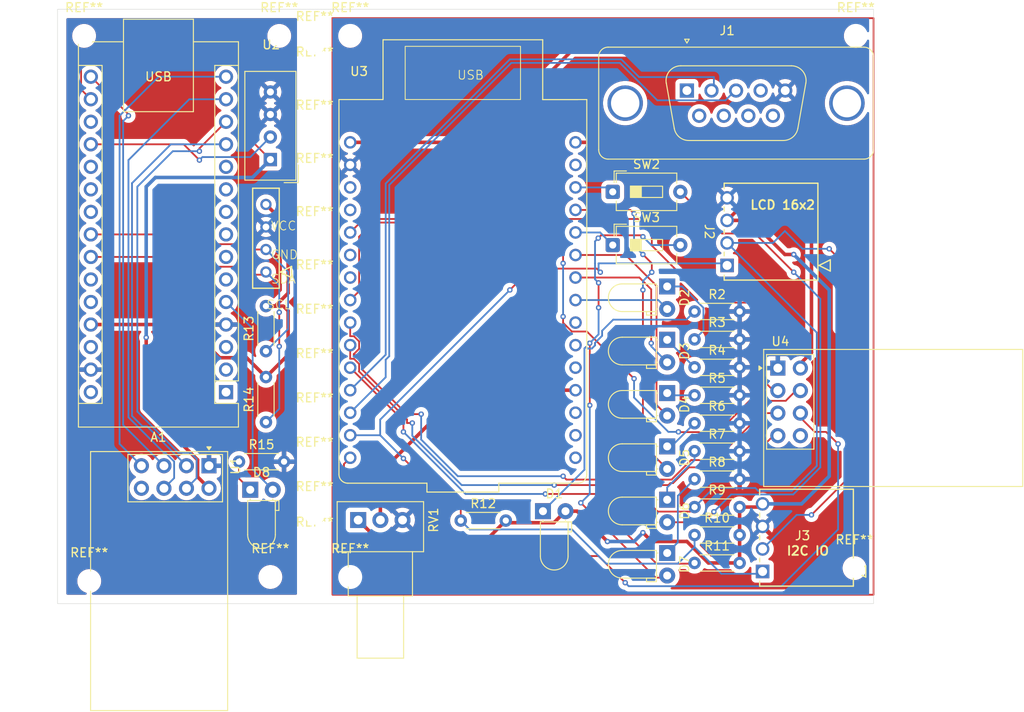
<source format=kicad_pcb>
(kicad_pcb (version 20241229) (generator "pcbnew") (generator_version "9.0")
  (layers (0 "F.Cu" signal) (2 "B.Cu" signal) (13 "F.Paste" user) (15 "B.Paste" user) (5 "F.SilkS" user "F.Silkscreen") (7 "B.SilkS" user "B.Silkscreen") (1 "F.Mask" user) (3 "B.Mask" user) (25 "Edge.Cuts" user))
  (net 0 "")
  (net 1 "3V3")
  (net 2 "GND1")
  (net 3 "Net-(A1-A0)")
  (net 4 "SCL")
  (net 5 "GND")
  (net 6 "SDA")
  (net 7 "Net-(D7-K)")
  (net 8 "Net-(D6-K)")
  (net 9 "Net-(D5-K)")
  (net 10 "Net-(D4-K)")
  (net 11 "Net-(D1-K)")
  (net 12 "Net-(D2-K)")
  (net 13 "Net-(D3-K)")
  (net 14 "CE1")
  (net 15 "MOSI1")
  (net 16 "MISO1")
  (net 17 "SCK1")
  (net 18 "CSN1")
  (net 20 "CE")
  (net 21 "MISO")
  (net 23 "SCK")
  (net 24 "MOSI")
  (net 25 "CSN")
  (net 26 "VI1")
  (net 32 "SCL1")
  (net 33 "VCC1")
  (net 34 "SDA1")
  (net 38 "Net-(D8-K)")
  (net 48 "Net-(D7-A)")
  (net 49 "Net-(D6-A)")
  (net 50 "GPIO12")
  (net 51 "GPIO27")
  (net 52 "GPIO26")
  (net 53 "GPIO25")
  (net 54 "Net-(U3-TXD0{slash}IO1)")
  (net 56 "Net-(U3-RXD0{slash}IO3)")
  (net 62 "GPIO13")
  (net 63 "GPIO14")
  (net 75 "VCC")
  (net 76 "Net-(U3-3V3)")
  (net 77 "Net-(A1-D2)")
  (footprint "Resistor_THT:R_Axial_DIN0204_L3.6mm_D1.6mm_P5.08mm_Horizontal" (layer "F.Cu") (at 84.82 47.0675)
    (property "Reference" "R2")
    (property "Value" "3.3K")
  )
  (footprint "LED_THT:LED_D3.0mm_Horizontal_O1.27mm_Z2.0mm" (layer "F.Cu") (at 81.735 62.2775 -90)
    (property "Reference" "D5")
    (property "Value" "LED")
  )
  (footprint "Button_Switch_THT:SW_DIP_SPSTx01_Slide_6.7x4.1mm_W7.62mm_P2.54mm_LowProfile" (layer "F.Cu") (at 75.595 33.58)
    (property "Reference" "SW2")
    (property "Value" "SW_Push")
  )
  (footprint "Resistor_THT:R_Axial_DIN0204_L3.6mm_D1.6mm_P5.08mm_Horizontal" (layer "F.Cu") (at 36.5 51.54 90)
    (property "Reference" "R13")
    (property "Value" "10K")
  )
  (footprint "LED_THT:LED_D3.0mm_Horizontal_O1.27mm_Z2.0mm" (layer "F.Cu") (at 81.735 74.2975 -90)
    (property "Reference" "D7")
    (property "Value" "LED")
  )
  (footprint "MountingHole:MountingHole_2.2mm_M2" (layer "F.Cu") (at 46 16)
    (property "Reference" "REF**")
    (property "Value" "MountingHole_2.2mm_M2")
  )
  (footprint "LED_THT:LED_D3.0mm_Horizontal_O1.27mm_Z2.0mm" (layer "F.Cu") (at 81.735 44.2475 -90)
    (property "Reference" "D2")
    (property "Value" "LED")
  )
  (footprint "MountingHole:MountingHole_2.2mm_M2" (layer "F.Cu") (at 46 77)
    (property "Reference" "REF**")
    (property "Value" "MountingHole_2.2mm_M2")
  )
  (footprint "Resistor_THT:R_Axial_DIN0204_L3.6mm_D1.6mm_P5.08mm_Horizontal" (layer "F.Cu") (at 84.82 53.3675)
    (property "Reference" "R4")
    (property "Value" "3.3K")
  )
  (footprint "Resistor_THT:R_Axial_DIN0204_L3.6mm_D1.6mm_P5.08mm_Horizontal" (layer "F.Cu") (at 84.82 59.6675)
    (property "Reference" "R6")
    (property "Value" "3.3K")
  )
  (footprint "Module:Arduino_Nano" (layer "F.Cu") (at 32 56.16 180)
    (property "Reference" "A1")
    (property "Value" "Arduino_Nano_v2.x")
  )
  (footprint "Sensor:Aosong_DHT11_5.5x12.0_P2.54mm" (layer "F.Cu") (at 37 29.94 180)
    (property "Reference" "U2")
    (property "Value" "DHT11")
  )
  (footprint "Resistor_THT:R_Axial_DIN0204_L3.6mm_D1.6mm_P5.08mm_Horizontal" (layer "F.Cu") (at 36.5 59.54 90)
    (property "Reference" "R14")
    (property "Value" "10K")
  )
  (footprint "Resistor_THT:R_Axial_DIN0204_L3.6mm_D1.6mm_P5.08mm_Horizontal" (layer "F.Cu") (at 84.82 50.2175)
    (property "Reference" "R3")
    (property "Value" "3.3K")
  )
  (footprint "LED_THT:LED_D3.0mm_Horizontal_O1.27mm_Z2.0mm" (layer "F.Cu") (at 67.73 69.58)
    (property "Reference" "D1")
    (property "Value" "LED")
  )
  (footprint "Resistor_THT:R_Axial_DIN0204_L3.6mm_D1.6mm_P5.08mm_Horizontal" (layer "F.Cu") (at 84.82 69.1175)
    (property "Reference" "R9")
    (property "Value" "10K")
  )
  (footprint "MountingHole:MountingHole_2.2mm_M2" (layer "F.Cu") (at 42 74)
    (property "Reference" "REF**")
    (property "Value" "MountingHole_2.2mm_M2")
  )
  (footprint "MountingHole:MountingHole_2.2mm_M2" (layer "F.Cu") (at 38 16)
    (property "Reference" "REF**")
    (property "Value" "MountingHole_2.2mm_M2")
  )
  (footprint "Connector_Dsub:DSUB-9_Pins_Vertical_P2.77x2.84mm_MountingHoles" (layer "F.Cu") (at 83.96 22.16)
    (property "Reference" "J1")
    (property "Value" "DE9_Pins")
  )
  (footprint "MountingHole:MountingHole_2.2mm_M2" (layer "F.Cu") (at 103 16)
    (property "Reference" "REF**")
    (property "Value" "MountingHole_2.2mm_M2")
  )
  (footprint "MountingHole:MountingHole_2.2mm_M2" (layer "F.Cu") (at 42 17)
    (property "Reference" "REF**")
    (property "Value" "MountingHole_2.2mm_M2")
  )
  (footprint "MountingHole:MountingHole_2.2mm_M2" (layer "F.Cu") (at 16.58 77.46)
    (property "Reference" "REF**")
    (property "Value" "MountingHole_2.2mm_M2")
  )
  (footprint "Button_Switch_THT:SW_DIP_SPSTx01_Slide_6.7x4.1mm_W7.62mm_P2.54mm_LowProfile" (layer "F.Cu") (at 75.595 39.58)
    (property "Reference" "SW3")
    (property "Value" "SW_Push")
  )
  (footprint "Add_New:ESP-WROOM-32D" (layer "F.Cu") (at 58.7 39.675 180)
    (property "Reference" "U3")
    (property "Value" "ESP-WROOM-32D")
  )
  (footprint "LED_THT:LED_D3.0mm_Horizontal_O1.27mm_Z2.0mm" (layer "F.Cu") (at 81.735 68.2875 -90)
    (property "Reference" "D6")
    (property "Value" "LED")
  )
  (footprint "MountingHole:MountingHole_2.2mm_M2" (layer "F.Cu") (at 42 27)
    (property "Reference" "REF**")
    (property "Value" "MountingHole_2.2mm_M2")
  )
  (footprint "Resistor_THT:R_Axial_DIN0204_L3.6mm_D1.6mm_P5.08mm_Horizontal" (layer "F.Cu") (at 84.82 56.5175)
    (property "Reference" "R5")
    (property "Value" "3.3K")
  )
  (footprint "MountingHole:MountingHole_2.2mm_M2" (layer "F.Cu") (at 42 60)
    (property "Reference" "REF**")
    (property "Value" "MountingHole_2.2mm_M2")
  )
  (footprint "LED_THT:LED_D3.0mm_Horizontal_O1.27mm_Z2.0mm" (layer "F.Cu") (at 81.735 50.2575 -90)
    (property "Reference" "D3")
    (property "Value" "LED")
  )
  (footprint "Resistor_THT:R_Axial_DIN0204_L3.6mm_D1.6mm_P5.08mm_Horizontal" (layer "F.Cu") (at 84.82 72.2675)
    (property "Reference" "R10")
    (property "Value" "10K")
  )
  (footprint "MountingHole:MountingHole_2.2mm_M2" (layer "F.Cu") (at 42 33)
    (property "Reference" "REF**")
    (property "Value" "MountingHole_2.2mm_M2")
  )
  (footprint "Add_New:CONN_PPPC041LGBN-RC_SUL" (layer "F.Cu") (at 92.4898 76.3775 -90)
    (property "Reference" "J3")
    (property "Value" "Conn_01x04_Socket")
  )
  (footprint "Add_New:CONN_PPPC041LGBN-RC_SUL" (layer "F.Cu") (at 88.4898 41.8775 -90)
    (property "Reference" "J2")
    (property "Value" "Conn_01x04_Socket")
  )
  (footprint "LED_THT:LED_D3.0mm_Horizontal_O1.27mm_Z2.0mm" (layer "F.Cu") (at 34.73 67.165)
    (property "Reference" "D8")
    (property "Value" "LED")
  )
  (footprint "LED_THT:LED_D3.0mm_Horizontal_O1.27mm_Z2.0mm" (layer "F.Cu") (at 81.735 56.2675 -90)
    (property "Reference" "D4")
    (property "Value" "LED")
  )
  (footprint "Potentiometer_THT:Potentiometer_Alps_RK09Y11_Single_Horizontal" (layer "F.Cu") (at 46.9 70.58 90)
    (property "Reference" "RV1")
    (property "Value" "10k")
  )
  (footprint "MountingHole:MountingHole_2.2mm_M2" (layer "F.Cu") (at 16 16)
    (property "Reference" "REF**")
    (property "Value" "MountingHole_2.2mm_M2")
  )
  (footprint "MountingHole:MountingHole_2.2mm_M2" (layer "F.Cu") (at 37 77)
    (property "Reference" "REF**")
    (property "Value" "MountingHole_2.2mm_M2")
  )
  (footprint "MountingHole:MountingHole_2.2mm_M2" (layer "F.Cu") (at 42 45)
    (property "Reference" "REF**")
    (property "Value" "MountingHole_2.2mm_M2")
  )
  (footprint "Add_New:CONN_PPTC041LFBN-RC_SUL" (layer "F.Cu") (at 36.5 42.62 -90)
    (property "Reference" "J4" (hide yes))
    (property "Value" "Conn_01x04_Socket" (hide yes))
  )
  (footprint "Resistor_THT:R_Axial_DIN0204_L3.6mm_D1.6mm_P5.08mm_Horizontal" (layer "F.Cu") (at 33.46 64)
    (property "Reference" "R15")
    (property "Value" "3.3K")
  )
  (footprint "Resistor_THT:R_Axial_DIN0204_L3.6mm_D1.6mm_P5.08mm_Horizontal" (layer "F.Cu") (at 84.82 75.4175)
    (property "Reference" "R11")
    (property "Value" "10K")
  )
  (footprint "MountingHole:MountingHole_2.2mm_M2" (layer "F.Cu") (at 42 70)
    (property "Reference" "REF**")
    (property "Value" "MountingHole_2.2mm_M2")
  )
  (footprint "RF_Module:nRF24L01_Breakout" (layer "F.Cu") (at 30.08 64.46 -90)
    (property "Reference" "U1")
    (property "Value" "NRF24L01_Breakout")
  )
  (footprint "MountingHole:MountingHole_2.2mm_M2" (layer "F.Cu") (at 42 21)
    (property "Reference" "REF**")
    (property "Value" "MountingHole_2.2mm_M2")
  )
  (footprint "MountingHole:MountingHole_2.2mm_M2" (layer "F.Cu") (at 42 65)
    (property "Reference" "REF**")
    (property "Value" "MountingHole_2.2mm_M2")
  )
  (footprint "MountingHole:MountingHole_2.2mm_M2" (layer "F.Cu") (at 42 50)
    (property "Reference" "REF**")
    (property "Value" "MountingHole_2.2mm_M2")
  )
  (footprint "Resistor_THT:R_Axial_DIN0204_L3.6mm_D1.6mm_P5.08mm_Horizontal" (layer "F.Cu") (at 84.82 62.8175)
    (property "Reference" "R7")
    (property "Value" "3.3K")
  )
  (footprint "MountingHole:MountingHole_2.2mm_M2" (layer "F.Cu") (at 42 39)
    (property "Reference" "REF**")
    (property "Value" "MountingHole_2.2mm_M2")
  )
  (footprint "MountingHole:MountingHole_2.2mm_M2" (layer "F.Cu") (at 102.853 76)
    (property "Reference" "REF**")
    (property "Value" "MountingHole_2.2mm_M2")
  )
  (footprint "Resistor_THT:R_Axial_DIN0204_L3.6mm_D1.6mm_P5.08mm_Horizontal" (layer "F.Cu") (at 84.82 65.9675)
    (property "Reference" "R8")
    (property "Value" "3.3K")
  )
  (footprint "RF_Module:nRF24L01_Breakout" (layer "F.Cu") (at 94.2105 53.4475)
    (property "Reference" "U4")
    (property "Value" "NRF24L01_Breakout")
  )
  (footprint "MountingHole:MountingHole_2.2mm_M2" (layer "F.Cu") (at 42 55)
    (property "Reference" "REF**")
    (property "Value" "MountingHole_2.2mm_M2")
  )
  (footprint "Resistor_THT:R_Axial_DIN0204_L3.6mm_D1.6mm_P5.08mm_Horizontal" (layer "F.Cu") (at 58.46 70.64)
    (property "Reference" "R12")
    (property "Value" "10K")
  )
  (gr_rect (start 44 14) (end 105 79) (stroke (width 0.2)) (fill no) (layer "F.Cu"))
  (gr_rect (start 13 13) (end 105 80) (stroke (width 0.05)) (fill no) (layer "Edge.Cuts"))
  (gr_text "SDA" (at 37 44 0) (layer "F.SilkS") (effects (font (size 1 1) (thickness 0.1)) (justify left bottom)))
  (gr_text "GND" (at 37 41.25 0) (layer "F.SilkS") (effects (font (size 1 1) (thickness 0.1)) (justify left bottom)))
  (gr_text "I2C IO" (at 95.1075 74.64 0) (layer "F.SilkS") (effects (font (size 1 1) (thickness 0.2) (bold yes)) (justify left bottom)))
  (gr_text "SCL" (at 36.5 46.8888 0) (layer "F.SilkS") (effects (font (size 1 1) (thickness 0.1)) (justify left bottom)))
  (gr_text "LCD 16x2\n" (at 91 35.64 0) (layer "F.SilkS") (effects (font (size 1 1) (thickness 0.2) (bold yes)) (justify left bottom)))
  (gr_text "VCC" (at 37 38 0) (layer "F.SilkS") (effects (font (size 1 1) (thickness 0.1)) (justify left bottom)))
  (segment (start 33 18) (end 35 20) (width 0.2) (layer "F.Cu") (net 1))
  (segment (start 15.659 19.341) (end 17 18) (width 0.2) (layer "F.Cu") (net 1))
  (segment (start 30.08 67) (end 28.791 65.711) (width 0.4) (layer "F.Cu") (net 1))
  (segment (start 28.791 65.711) (end 28.791 63.791) (width 0.4) (layer "F.Cu") (net 1))
  (segment (start 17 18) (end 33 18) (width 0.2) (layer "F.Cu") (net 1))
  (segment (start 35 27.94) (end 37 29.94) (width 0.2) (layer "F.Cu") (net 1))
  (segment (start 35 20) (end 35 27.94) (width 0.2) (layer "F.Cu") (net 1))
  (segment (start 15.659 22.039) (end 15.659 19.341) (width 0.2) (layer "F.Cu") (net 1))
  (segment (start 23 58) (end 23 50) (width 0.4) (layer "F.Cu") (net 1))
  (segment (start 28.791 63.791) (end 23 58) (width 0.4) (layer "F.Cu") (net 1))
  (segment (start 16.76 23.14) (end 15.659 22.039) (width 0.2) (layer "F.Cu") (net 1))
  (via (at 23 50) (size 0.6) (drill 0.3) (layers "F.Cu" "B.Cu") (net 1))
  (segment (start 34.979 31.961) (end 37 29.94) (width 0.4) (layer "B.Cu") (net 1))
  (segment (start 23 50) (end 23 33) (width 0.4) (layer "B.Cu") (net 1))
  (segment (start 23 33) (end 24.039 31.961) (width 0.4) (layer "B.Cu") (net 1))
  (segment (start 24.039 31.961) (end 34.979 31.961) (width 0.4) (layer "B.Cu") (net 1))
  (segment (start 27.22 28.22) (end 29 30) (width 0.2) (layer "F.Cu") (net 3))
  (segment (start 16.76 28.22) (end 27.22 28.22) (width 0.2) (layer "F.Cu") (net 3))
  (via (at 29 30) (size 0.6) (drill 0.3) (layers "F.Cu" "B.Cu") (net 3))
  (segment (start 29 30) (end 29.341 29.659) (width 0.2) (layer "B.Cu") (net 3))
  (segment (start 34.741 29.659) (end 37 27.4) (width 0.2) (layer "B.Cu") (net 3))
  (segment (start 29.341 29.659) (end 34.741 29.659) (width 0.2) (layer "B.Cu") (net 3))
  (segment (start 66.405 42.235) (end 64 44.64) (width 0.2) (layer "F.Cu") (net 4))
  (segment (start 58.46 68.1) (end 56 65.64) (width 0.2) (layer "F.Cu") (net 4))
  (segment (start 73.794 42.235) (end 66.405 42.235) (width 0.2) (layer "F.Cu") (net 4))
  (segment (start 56 65.64) (end 54 65.64) (width 0.2) (layer "F.Cu") (net 4))
  (segment (start 74.199 42.64) (end 73.794 42.235) (width 0.2) (layer "F.Cu") (net 4))
  (segment (start 58.46 70.64) (end 58.46 68.1) (width 0.2) (layer "F.Cu") (net 4))
  (segment (start 54 65.64) (end 52 63.64) (width 0.2) (layer "F.Cu") (net 4))
  (via (at 64 44.64) (size 0.6) (drill 0.3) (layers "F.Cu" "B.Cu") (net 4))
  (via (at 74.199 42.64) (size 0.6) (drill 0.3) (layers "F.Cu" "B.Cu") (net 4))
  (via (at 52 63.64) (size 0.6) (drill 0.3) (layers "F.Cu" "B.Cu") (net 4))
  (segment (start 49.38 59.26) (end 49.38 61.02) (width 0.2) (layer "B.Cu") (net 4))
  (segment (start 74 41.64) (end 74 42.441) (width 0.2) (layer "B.Cu") (net 4))
  (segment (start 92.2273 76.64) (end 92.4898 76.3775) (width 0.2) (layer "B.Cu") (net 4))
  (segment (start 82.936 75.4985) (end 74.8585 75.4985) (width 0.2) (layer "B.Cu") (net 4))
  (segment (start 84.82 73.6145) (end 87.8455 76.64) (width 0.2) (layer "B.Cu") (net 4))
  (segment (start 64 44.64) (end 49.38 59.26) (width 0.2) (layer "B.Cu") (net 4))
  (segment (start 71 71.64) (end 59.46 71.64) (width 0.2) (layer "B.Cu") (net 4))
  (segment (start 52 63.64) (end 49.38 61.02) (width 0.2) (layer "B.Cu") (net 4))
  (segment (start 74.8585 75.4985) (end 71 71.64) (width 0.2) (layer "B.Cu") (net 4))
  (segment (start 88.2523 41.64) (end 74 41.64) (width 0.2) (layer "B.Cu") (net 4))
  (segment (start 84.82 73.6145) (end 82.936 75.4985) (width 0.2) (layer "B.Cu") (net 4))
  (segment (start 84.82 72.2675) (end 84.82 73.6145) (width 0.2) (layer "B.Cu") (net 4))
  (segment (start 88.4898 41.8775) (end 88.2523 41.64) (width 0.2) (layer "B.Cu") (net 4))
  (segment (start 74 42.441) (end 74.199 42.64) (width 0.2) (layer "B.Cu") (net 4))
  (segment (start 59.46 71.64) (end 58.46 70.64) (width 0.2) (layer "B.Cu") (net 4))
  (segment (start 87.8455 76.64) (end 92.2273 76.64) (width 0.2) (layer "B.Cu") (net 4))
  (segment (start 49.38 61.02) (end 46 61.02) (width 0.2) (layer "B.Cu") (net 4))
  (segment (start 46 53.4) (end 52 59.4) (width 0.2) (layer "F.Cu") (net 6))
  (segment (start 102 66) (end 102 50) (width 0.2) (layer "F.Cu") (net 6))
  (segment (start 84.82 75.4175) (end 84.739 75.4985) (width 0.2) (layer "F.Cu") (net 6))
  (segment (start 68 67.64) (end 76 67.64) (width 0.2) (layer "F.Cu") (net 6))
  (segment (start 76 70.9645) (end 76 67.64) (width 0.2) (layer "F.Cu") (net 6))
  (segment (start 80.672 69.6265) (end 84.311 69.6265) (width 0.2) (layer "F.Cu") (net 6))
  (segment (start 101 41) (end 100 40) (width 0.2) (layer "F.Cu") (net 6))
  (segment (start 98 70) (end 102 66) (width 0.2) (layer "F.Cu") (net 6))
  (segment (start 80.534 75.4985) (end 76 70.9645) (width 0.2) (layer "F.Cu") (net 6))
  (segment (start 76 67.64) (end 78.6855 67.64) (width 0.2) (layer "F.Cu") (net 6))
  (segment (start 52 59.4) (end 52 60.64) (width 0.2) (layer "F.Cu") (net 6))
  (segment (start 102 50) (end 101 49) (width 0.2) (layer "F.Cu") (net 6))
  (segment (start 84.739 75.4985) (end 80.534 75.4985) (width 0.2) (layer "F.Cu") (net 6))
  (segment (start 84.311 69.6265) (end 84.82 69.1175) (width 0.2) (layer "F.Cu") (net 6))
  (segment (start 78.6855 67.64) (end 80.672 69.6265) (width 0.2) (layer "F.Cu") (net 6))
  (segment (start 101 49) (end 101 41) (width 0.2) (layer "F.Cu") (net 6))
  (via (at 100 40) (size 0.6) (drill 0.3) (layers "F.Cu" "B.Cu") (net 6))
  (via (at 68 67.64) (size 0.6) (drill 0.3) (layers "F.Cu" "B.Cu") (net 6))
  (via (at 52 60.64) (size 0.6) (drill 0.3) (layers "F.Cu" "B.Cu") (net 6))
  (via (at 98 70) (size 0.6) (drill 0.3) (layers "F.Cu" "B.Cu") (net 6))
  (segment (start 98.599 64.4739) (end 95.7794 67.2935) (width 0.2) (layer "B.Cu") (net 6))
  (segment (start 91.9965 67.2935) (end 91.6715 66.9685) (width 0.2) (layer "B.Cu") (net 6))
  (segment (start 95 38) (end 93.6625 39.3375) (width 0.2) (layer "B.Cu") (net 6))
  (segment (start 97 40) (end 95 38) (width 0.2) (layer "B.Cu") (net 6))
  (segment (start 92.4898 73.8375) (end 96.3273 70) (width 0.2) (layer "B.Cu") (net 6))
  (segment (start 96.3273 70) (end 98 70) (width 0.2) (layer "B.Cu") (net 6))
  (segment (start 93.6625 39.3375) (end 88.4898 39.3375) (width 0.2) (layer "B.Cu") (net 6))
  (segment (start 52 60.64) (end 59 67.64) (width 0.2) (layer "B.Cu") (net 6))
  (segment (start 95.7794 67.2935) (end 91.9965 67.2935) (width 0.2) (layer "B.Cu") (net 6))
  (segment (start 59 67.64) (end 68 67.64) (width 0.2) (layer "B.Cu") (net 6))
  (segment (start 88.4898 39.3375) (end 98.599 49.4467) (width 0.2) (layer "B.Cu") (net 6))
  (segment (start 91.6715 66.9685) (end 86.969 66.9685) (width 0.2) (layer "B.Cu") (net 6))
  (segment (start 86.969 66.9685) (end 84.82 69.1175) (width 0.2) (layer "B.Cu") (net 6))
  (segment (start 100 40) (end 97 40) (width 0.2) (layer "B.Cu") (net 6))
  (segment (start 98.599 49.4467) (end 98.599 64.4739) (width 0.2) (layer "B.Cu") (net 6))
  (segment (start 82.936 67.8515) (end 82.936 73.0965) (width 0.2) (layer "B.Cu") (net 7))
  (segment (start 84.82 65.9675) (end 82.936 67.8515) (width 0.2) (layer "B.Cu") (net 7))
  (segment (start 82.936 73.0965) (end 81.735 74.2975) (width 0.2) (layer "B.Cu") (net 7))
  (segment (start 81.735 68.2875) (end 81.735 66.905) (width 0.2) (layer "B.Cu") (net 8))
  (segment (start 84.82 63.82) (end 84.82 62.8175) (width 0.2) (layer "B.Cu") (net 8))
  (segment (start 81.735 66.905) (end 84.82 63.82) (width 0.2) (layer "B.Cu") (net 8))
  (segment (start 82.21 62.2775) (end 81.735 62.2775) (width 0.2) (layer "B.Cu") (net 9))
  (segment (start 84.82 59.6675) (end 82.21 62.2775) (width 0.2) (layer "B.Cu") (net 9))
  (segment (start 81.985 56.5175) (end 81.735 56.2675) (width 0.2) (layer "B.Cu") (net 10))
  (segment (start 84.82 56.5175) (end 81.985 56.5175) (width 0.2) (layer "B.Cu") (net 10))
  (segment (start 73.601 50.888943) (end 73.601 50.6061) (width 0.2) (layer "B.Cu") (net 11))
  (segment (start 72.751057 51.241) (end 73.248943 51.241) (width 0.2) (layer "B.Cu") (net 11))
  (segment (start 72.405 64.905) (end 72.405 51.235) (width 0.2) (layer "B.Cu") (net 11))
  (segment (start 73.248943 51.241) (end 73.601 50.888943) (width 0.2) (layer "B.Cu") (net 11))
  (segment (start 74.401 49.239) (end 75.6515 47.9885) (width 0.2) (layer "B.Cu") (net 11))
  (segment (start 67.73 69.58) (end 72.405 64.905) (width 0.2) (layer "B.Cu") (net 11))
  (segment (start 83.899 47.9885) (end 84.82 47.0675) (width 0.2) (layer "B.Cu") (net 11))
  (segment (start 72.575029 51.064971) (end 72.751057 51.241) (width 0.2) (layer "B.Cu") (net 11))
  (segment (start 73.601 50.6061) (end 74.401 49.8061) (width 0.2) (layer "B.Cu") (net 11))
  (segment (start 72.405 51.235) (end 72.575029 51.064971) (width 0.2) (layer "B.Cu") (net 11))
  (segment (start 75.6515 47.9885) (end 83.899 47.9885) (width 0.2) (layer "B.Cu") (net 11))
  (segment (start 74.401 49.8061) (end 74.401 49.239) (width 0.2) (layer "B.Cu") (net 11))
  (segment (start 85.821 49.2165) (end 85.821 46.652872) (width 0.2) (layer "B.Cu") (net 12))
  (segment (start 84.82 50.2175) (end 85.821 49.2165) (width 0.2) (layer "B.Cu") (net 12))
  (segment (start 83.415628 44.2475) (end 81.735 44.2475) (width 0.2) (layer "B.Cu") (net 12))
  (segment (start 85.821 46.652872) (end 83.415628 44.2475) (width 0.2) (layer "B.Cu") (net 12))
  (segment (start 84.82 53.3675) (end 81.735 50.2825) (width 0.2) (layer "B.Cu") (net 13))
  (segment (start 81.735 50.2825) (end 81.735 50.2575) (width 0.2) (layer "B.Cu") (net 13))
  (segment (start 92.4265 46.0665) (end 93 46.64) (width 0.2) (layer "F.Cu") (net 14))
  (segment (start 46 38.16) (end 47.52 36.64) (width 0.2) (layer "F.Cu") (net 14))
  (segment (start 92.5595 54.8365) (end 93.7105 55.9875) (width 0.2) (layer "F.Cu") (net 14))
  (segment (start 93 46.64) (end 92.5595 47.0805) (width 0.2) (layer "F.Cu") (net 14))
  (segment (start 79 36.64) (end 80 37.64) (width 0.2) (layer "F.Cu") (net 14))
  (segment (start 86.4265 46.0665) (end 92.4265 46.0665) (width 0.2) (layer "F.Cu") (net 14))
  (segment (start 47.52 36.64) (end 79 36.64) (width 0.2) (layer "F.Cu") (net 14))
  (segment (start 80 39.64) (end 86.4265 46.0665) (width 0.2) (layer "F.Cu") (net 14))
  (segment (start 80 37.64) (end 80 39.64) (width 0.2) (layer "F.Cu") (net 14))
  (segment (start 92.5595 47.0805) (end 92.5595 54.8365) (width 0.2) (layer "F.Cu") (net 14))
  (segment (start 99.64 60.64) (end 98.363 60.64) (width 0.2) (layer "F.Cu") (net 15))
  (segment (start 45.296 73.936) (end 46 74.64) (width 0.2) (layer "F.Cu") (net 15))
  (segment (start 46 63.56) (end 45.296 64.264) (width 0.2) (layer "F.Cu") (net 15))
  (segment (start 74 74.64) (end 77 77.64) (width 0.2) (layer "F.Cu") (net 15))
  (segment (start 101 62) (end 99.64 60.64) (width 0.2) (layer "F.Cu") (net 15))
  (segment (start 46 74.64) (end 74 74.64) (width 0.2) (layer "F.Cu") (net 15))
  (segment (start 45.296 64.264) (end 45.296 73.936) (width 0.2) (layer "F.Cu") (net 15))
  (segment (start 98.363 60.64) (end 96.2505 58.5275) (width 0.2) (layer "F.Cu") (net 15))
  (via (at 101 62) (size 0.6) (drill 0.3) (layers "F.Cu" "B.Cu") (net 15))
  (via (at 77 77.64) (size 0.6) (drill 0.3) (layers "F.Cu" "B.Cu") (net 15))
  (segment (start 101 71.64) (end 94.6015 78.0385) (width 0.2) (layer "B.Cu") (net 15))
  (segment (start 101 62) (end 101 71.64) (width 0.2) (layer "B.Cu") (net 15))
  (segment (start 77.3985 78.0385) (end 77 77.64) (width 0.2) (layer "B.Cu") (net 15))
  (segment (start 94.6015 78.0385) (end 77.3985 78.0385) (width 0.2) (layer "B.Cu") (net 15))
  (segment (start 81.865936 66.64) (end 82.086436 66.4195) (width 0.2) (layer "F.Cu") (net 16))
  (segment (start 46 50.86) (end 46 52.395) (width 0.2) (layer "F.Cu") (net 16))
  (segment (start 47.005 53.816285) (end 46.994193 53.827093) (width 0.2) (layer "F.Cu") (net 16))
  (segment (start 84.178071 64.64) (end 91 64.64) (width 0.2) (layer "F.Cu") (net 16))
  (segment (start 91 64.64) (end 91 63.778) (width 0.2) (layer "F.Cu") (net 16))
  (segment (start 46.994193 53.827093) (end 52.401 59.2339) (width 0.2) (layer "F.Cu") (net 16))
  (segment (start 82.086436 66.4195) (end 82.398571 66.4195) (width 0.2) (layer "F.Cu") (net 16))
  (segment (start 52.401 59.2339) (end 52.401 59.64) (width 0.2) (layer "F.Cu") (net 16))
  (segment (start 46 52.395) (end 46.416285 52.395) (width 0.2) (layer "F.Cu") (net 16))
  (segment (start 47.005 52.983715) (end 47.005 53.816285) (width 0.2) (layer "F.Cu") (net 16))
  (segment (start 69 66.64) (end 81.865936 66.64) (width 0.2) (layer "F.Cu") (net 16))
  (segment (start 82.398571 66.4195) (end 84.178071 64.64) (width 0.2) (layer "F.Cu") (net 16))
  (segment (start 91 63.778) (end 93.7105 61.0675) (width 0.2) (layer "F.Cu") (net 16))
  (segment (start 52.401 59.64) (end 53 59.64) (width 0.2) (layer "F.Cu") (net 16))
  (segment (start 46.416285 52.395) (end 47.005 52.983715) (width 0.2) (layer "F.Cu") (net 16))
  (via (at 53 59.64) (size 0.6) (drill 0.3) (layers "F.Cu" "B.Cu") (net 16))
  (via (at 69 66.64) (size 0.6) (drill 0.3) (layers "F.Cu" "B.Cu") (net 16))
  (segment (start 53 59.64) (end 53 61.0729) (width 0.2) (layer "B.Cu") (net 16))
  (segment (start 53 61.0729) (end 58.5671 66.64) (width 0.2) (layer "B.Cu") (net 16))
  (segment (start 58.5671 66.64) (end 69 66.64) (width 0.2) (layer "B.Cu") (net 16))
  (segment (start 46.401 51.865) (end 46.401 51.994) (width 0.2) (layer "F.Cu") (net 17))
  (segment (start 52.3742 58.64) (end 54 58.64) (width 0.2) (layer "F.Cu") (net 17))
  (segment (start 82.232471 66.0185) (end 84.432471 63.8185) (width 0.2) (layer "F.Cu") (net 17))
  (segment (start 46.416285 49.855) (end 47.005 50.443715) (width 0.2) (layer "F.Cu") (net 17))
  (segment (start 47.406 53.6718) (end 52.3742 58.64) (width 0.2) (layer "F.Cu") (net 17))
  (segment (start 46.416285 51.865) (end 46.401 51.865) (width 0.2) (layer "F.Cu") (net 17))
  (segment (start 47.406 52.817615) (end 47.406 53.6718) (width 0.2) (layer "F.Cu") (net 17))
  (segment (start 47.005 51.276285) (end 46.416285 51.865) (width 0.2) (layer "F.Cu") (net 17))
  (segment (start 46 49.855) (end 46.416285 49.855) (width 0.2) (layer "F.Cu") (net 17))
  (segment (start 70 65.64) (end 70.3785 66.0185) (width 0.2) (layer "F.Cu") (net 17))
  (segment (start 46.582385 51.994) (end 47.406 52.817615) (width 0.2) (layer "F.Cu") (net 17))
  (segment (start 92.455628 58.5275) (end 93.7105 58.5275) (width 0.2) (layer "F.Cu") (net 17))
  (segment (start 46.401 51.994) (end 46.582385 51.994) (width 0.2) (layer "F.Cu") (net 17))
  (segment (start 70.3785 66.0185) (end 82.232471 66.0185) (width 0.2) (layer "F.Cu") (net 17))
  (segment (start 87.164628 63.8185) (end 92.455628 58.5275) (width 0.2) (layer "F.Cu") (net 17))
  (segment (start 47.005 50.443715) (end 47.005 51.276285) (width 0.2) (layer "F.Cu") (net 17))
  (segment (start 84.432471 63.8185) (end 87.164628 63.8185) (width 0.2) (layer "F.Cu") (net 17))
  (segment (start 46 48.32) (end 46 49.855) (width 0.2) (layer "F.Cu") (net 17))
  (via (at 70 65.64) (size 0.6) (drill 0.3) (layers "F.Cu" "B.Cu") (net 17))
  (via (at 54 58.64) (size 0.6) (drill 0.3) (layers "F.Cu" "B.Cu") (net 17))
  (segment (start 54 58.64) (end 54 61.5058) (width 0.2) (layer "B.Cu") (net 17))
  (segment (start 54 61.5058) (end 58.1342 65.64) (width 0.2) (layer "B.Cu") (net 17))
  (segment (start 58.1342 65.64) (end 70 65.64) (width 0.2) (layer "B.Cu") (net 17))
  (segment (start 83.0285 60.6685) (end 87.483372 60.6685) (width 0.2) (layer "F.Cu") (net 18))
  (segment (start 82.999485 60.639485) (end 83.0285 60.6685) (width 0.2) (layer "F.Cu") (net 18))
  (segment (start 48.599 37.041) (end 49 37.041) (width 0.2) (layer "F.Cu") (net 18))
  (segment (start 70.983715 49.325) (end 71 49.325) (width 0.2) (layer "F.Cu") (net 18))
  (segment (start 47 38.64) (end 48.599 37.041) (width 0.2) (layer "F.Cu") (net 18))
  (segment (start 70 48.341285) (end 70.983715 49.325) (width 0.2) (layer "F.Cu") (net 18))
  (segment (start 95.0995 57.1385) (end 96.2505 55.9875) (width 0.2) (layer "F.Cu") (net 18))
  (segment (start 72.685 49.325) (end 78 54.64) (width 0.2) (layer "F.Cu") (net 18))
  (segment (start 91.013372 57.1385) (end 95.0995 57.1385) (width 0.2) (layer "F.Cu") (net 18))
  (segment (start 49 37.041) (end 68 37.041) (width 0.2) (layer "F.Cu") (net 18))
  (segment (start 87.483372 60.6685) (end 91.013372 57.1385) (width 0.2) (layer "F.Cu") (net 18))
  (segment (start 47.005 44.775) (end 47.005 38.645) (width 0.2) (layer "F.Cu") (net 18))
  (segment (start 68 37.041) (end 69.401 37.041) (width 0.2) (layer "F.Cu") (net 18))
  (segment (start 46 45.78) (end 47.005 44.775) (width 0.2) (layer "F.Cu") (net 18))
  (segment (start 69.401 37.041) (end 70 37.64) (width 0.2) (layer "F.Cu") (net 18))
  (segment (start 47.005 38.645) (end 47 38.64) (width 0.2) (layer "F.Cu") (net 18))
  (segment (start 71 49.325) (end 72.685 49.325) (width 0.2) (layer "F.Cu") (net 18))
  (segment (start 70 37.64) (end 70 41.635) (width 0.2) (layer "F.Cu") (net 18))
  (segment (start 70 47.64) (end 70 48.341285) (width 0.2) (layer "F.Cu") (net 18))
  (via (at 82.999485 60.639485) (size 0.6) (drill 0.3) (layers "F.Cu" "B.Cu") (net 18))
  (via (at 70 41.635) (size 0.6) (drill 0.3) (layers "F.Cu" "B.Cu") (net 18))
  (via (at 78 54.64) (size 0.6) (drill 0.3) (layers "F.Cu" "B.Cu") (net 18))
  (via (at 70 47.64) (size 0.6) (drill 0.3) (layers "F.Cu" "B.Cu") (net 18))
  (segment (start 70 41.635) (end 70 47.64) (width 0.2) (layer "B.Cu") (net 18))
  (segment (start 78 56.770971) (end 81.868514 60.639485) (width 0.2) (layer "B.Cu") (net 18))
  (segment (start 78 54.64) (end 78 56.770971) (width 0.2) (layer "B.Cu") (net 18))
  (segment (start 81.868514 60.639485) (end 82.999485 60.639485) (width 0.2) (layer "B.Cu") (net 18))
  (segment (start 22.5671 60) (end 21.401 58.8339) (width 0.2) (layer "B.Cu") (net 20))
  (segment (start 27.54 64.46) (end 23.08 60) (width 0.2) (layer "B.Cu") (net 20))
  (segment (start 23.08 60) (end 22.5671 60) (width 0.2) (layer "B.Cu") (net 20))
  (segment (start 25.78 28.22) (end 32 28.22) (width 0.2) (layer "B.Cu") (net 20))
  (segment (start 21.401 32.599) (end 25.78 28.22) (width 0.2) (layer "B.Cu") (net 20))
  (segment (start 21.401 58.8339) (end 21.401 32.599) (width 0.2) (layer "B.Cu") (net 20))
  (segment (start 24.4 20.6) (end 20 25) (width 0.2) (layer "B.Cu") (net 21))
  (segment (start 20 62) (end 22.46 64.46) (width 0.2) (layer "B.Cu") (net 21))
  (segment (start 20 25) (end 20 62) (width 0.2) (layer "B.Cu") (net 21))
  (segment (start 32 20.6) (end 24.4 20.6) (width 0.2) (layer "B.Cu") (net 21))
  (segment (start 21 25) (end 21 24.84) (width 0.2) (layer "F.Cu") (net 23))
  (segment (start 21 24.84) (end 16.76 20.6) (width 0.2) (layer "F.Cu") (net 23))
  (via (at 21 25) (size 0.6) (drill 0.3) (layers "F.Cu" "B.Cu") (net 23))
  (segment (start 20.401 59.861) (end 20.401 25.599) (width 0.2) (layer "B.Cu") (net 23))
  (segment (start 25 64.46) (end 20.401 59.861) (width 0.2) (layer "B.Cu") (net 23))
  (segment (start 20.401 25.599) (end 21 25) (width 0.2) (layer "B.Cu") (net 23))
  (segment (start 26.151 65.849) (end 26.151 63.98324) (width 0.2) (layer "B.Cu") (net 24))
  (segment (start 25.16776 63) (end 25 63) (width 0.2) (layer "B.Cu") (net 24))
  (segment (start 25 67) (end 26.151 65.849) (width 0.2) (layer "B.Cu") (net 24))
  (segment (start 21 59) (end 21 30) (width 0.2) (layer "B.Cu") (net 24))
  (segment (start 26.151 63.98324) (end 25.16776 63) (width 0.2) (layer "B.Cu") (net 24))
  (segment (start 27.86 23.14) (end 32 23.14) (width 0.2) (layer "B.Cu") (net 24))
  (segment (start 21 30) (end 27.86 23.14) (width 0.2) (layer "B.Cu") (net 24))
  (segment (start 25 63) (end 21 59) (width 0.2) (layer "B.Cu") (net 24))
  (segment (start 29 29) (end 29 28.68) (width 0.2) (layer "F.Cu") (net 25))
  (segment (start 27 67) (end 27.72 67) (width 0.2) (layer "F.Cu") (net 25))
  (segment (start 29 28.68) (end 32 25.68) (width 0.2) (layer "F.Cu") (net 25))
  (via (at 29 29) (size 0.6) (drill 0.3) (layers "F.Cu" "B.Cu") (net 25))
  (segment (start 22 58.3529) (end 22 33) (width 0.2) (layer "B.Cu") (net 25))
  (segment (start 28.691 65.849) (end 28.691 63.691) (width 0.2) (layer "B.Cu") (net 25))
  (segment (start 27.54 67) (end 28.691 65.849) (width 0.2) (layer "B.Cu") (net 25))
  (segment (start 28.691 63.691) (end 28 63) (width 0.2) (layer "B.Cu") (net 25))
  (segment (start 28 63) (end 26.6471 63) (width 0.2) (layer "B.Cu") (net 25))
  (segment (start 22 33) (end 26 29) (width 0.2) (layer "B.Cu") (net 25))
  (segment (start 26.6471 63) (end 22 58.3529) (width 0.2) (layer "B.Cu") (net 25))
  (segment (start 26 29) (end 29 29) (width 0.2) (layer "B.Cu") (net 25))
  (segment (start 59 55.64) (end 69 55.64) (width 0.4) (layer "F.Cu") (net 26))
  (segment (start 49.4 65.24) (end 59 55.64) (width 0.4) (layer "F.Cu") (net 26))
  (segment (start 49.4 70.58) (end 49.4 65.24) (width 0.4) (layer "F.Cu") (net 26))
  (segment (start 69.3 55.94) (end 71.4 55.94) (width 0.4) (layer "F.Cu") (net 26))
  (segment (start 69 55.64) (end 69.3 55.94) (width 0.4) (layer "F.Cu") (net 26))
  (segment (start 28.021 42.021) (end 33.461 42.021) (width 0.2) (layer "F.Cu") (net 32))
  (segment (start 33.461 42.021) (end 34.361 42.921) (width 0.2) (layer "F.Cu") (net 32))
  (segment (start 38 51) (end 38 47.16) (width 0.2) (layer "F.Cu") (net 32))
  (segment (start 16.76 40.92) (end 26.92 40.92) (width 0.2) (layer "F.Cu") (net 32))
  (segment (start 34.361 42.921) (end 36.5 42.921) (width 0.2) (layer "F.Cu") (net 32))
  (segment (start 26.92 40.92) (end 28.021 42.021) (width 0.2) (layer "F.Cu") (net 32))
  (via (at 38 47.16) (size 0.6) (drill 0.3) (layers "F.Cu" "B.Cu") (net 32))
  (via (at 38 51) (size 0.6) (drill 0.3) (layers "F.Cu" "B.Cu") (net 32))
  (segment (start 38 44.12) (end 36.5 42.62) (width 0.2) (layer "B.Cu") (net 32))
  (segment (start 38 47.16) (end 38 44.12) (width 0.2) (layer "B.Cu") (net 32))
  (segment (start 36.5 59.54) (end 38 58.04) (width 0.2) (layer "B.Cu") (net 32))
  (segment (start 38 58.04) (end 38 51) (width 0.2) (layer "B.Cu") (net 32))
  (segment (start 31.281 52.281) (end 30 51) (width 0.4) (layer "F.Cu") (net 33))
  (segment (start 16.76 48.54) (end 29.54 48.54) (width 0.4) (layer "F.Cu") (net 33))
  (segment (start 30 51) (end 30 49) (width 0.4) (layer "F.Cu") (net 33))
  (segment (start 39 45) (end 37.54 46.46) (width 0.4) (layer "F.Cu") (net 33))
  (segment (start 36.5 46.46) (end 38.46 46.46) (width 0.4) (layer "F.Cu") (net 33))
  (segment (start 38.46 46.46) (end 39 47) (width 0.4) (layer "F.Cu") (net 33))
  (segment (start 36.5 35) (end 39 37.5) (width 0.4) (layer "F.Cu") (net 33))
  (segment (start 34.321 52.281) (end 31.281 52.281) (width 0.4) (layer "F.Cu") (net 33))
  (segment (start 29.54 48.54) (end 30 49) (width 0.4) (layer "F.Cu") (net 33))
  (segment (start 39 51.96) (end 36.5 54.46) (width 0.4) (layer "F.Cu") (net 33))
  (segment (start 36.5 54.46) (end 34.321 52.281) (width 0.4) (layer "F.Cu") (net 33))
  (segment (start 39 37.5) (end 39 45) (width 0.4) (layer "F.Cu") (net 33))
  (segment (start 39 47) (end 39 51.96) (width 0.4) (layer "F.Cu") (net 33))
  (segment (start 37.54 46.46) (end 36.5 46.46) (width 0.4) (layer "F.Cu") (net 33))
  (segment (start 27.38 38.38) (end 28.481 39.481) (width 0.2) (layer "F.Cu") (net 34))
  (segment (start 33.461 39.481) (end 34.06 40.08) (width 0.2) (layer "F.Cu") (net 34))
  (segment (start 28.481 39.481) (end 33.461 39.481) (width 0.2) (layer "F.Cu") (net 34))
  (segment (start 16.76 38.38) (end 27.38 38.38) (width 0.2) (layer "F.Cu") (net 34))
  (segment (start 34.06 40.08) (end 36.5 40.08) (width 0.2) (layer "F.Cu") (net 34))
  (segment (start 39 42.58) (end 39 49.04) (width 0.2) (layer "B.Cu") (net 34))
  (segment (start 36.5 40.08) (end 39 42.58) (width 0.2) (layer "B.Cu") (net 34))
  (segment (start 39 49.04) (end 36.5 51.54) (width 0.2) (layer "B.Cu") (net 34))
  (segment (start 33.46 64) (end 33.46 65.895) (width 0.2) (layer "F.Cu") (net 38))
  (segment (start 33.46 65.895) (end 34.73 67.165) (width 0.2) (layer "F.Cu") (net 38))
  (segment (start 73.005 57.64) (end 73.005 50.645) (width 0.2) (layer "F.Cu") (net 48))
  (segment (start 74 46.64) (end 74 43.84) (width 0.2) (layer "F.Cu") (net 48))
  (segment (start 80.4335 77.0735) (end 72 68.64) (width 0.2) (layer "F.Cu") (net 48))
  (segment (start 78.839 38.479) (end 79 38.64) (width 0.2) (layer "F.Cu") (net 48))
  (segment (start 81.735 76.8375) (end 81.499 77.0735) (width 0.2) (layer "F.Cu") (net 48))
  (segment (start 73.005 50.645) (end 73 50.64) (width 0.2) (layer "F.Cu") (net 48))
  (segment (start 81.499 77.0735) (end 80.4335 77.0735) (width 0.2) (layer "F.Cu") (net 48))
  (segment (start 74.281 38.479) (end 78.839 38.479) (width 0.2) (layer "F.Cu") (net 48))
  (segment (start 73.963235 38.796765) (end 74.281 38.479) (width 0.2) (layer "F.Cu") (net 48))
  (via (at 74 46.64) (size 0.6) (drill 0.3) (layers "F.Cu" "B.Cu") (net 48))
  (via (at 73 50.64) (size 0.6) (drill 0.3) (layers "F.Cu" "B.Cu") (net 48))
  (via (at 72 68.64) (size 0.6) (drill 0.3) (layers "F.Cu" "B.Cu") (net 48))
  (via (at 74 43.84) (size 0.6) (drill 0.3) (layers "F.Cu" "B.Cu") (net 48))
  (via (at 73.005 57.64) (size 0.6) (drill 0.3) (layers "F.Cu" "B.Cu") (net 48))
  (via (at 79 38.64) (size 0.6) (drill 0.3) (layers "F.Cu" "B.Cu") (net 48))
  (via (at 73.963235 38.796765) (size 0.6) (drill 0.3) (layers "F.Cu" "B.Cu") (net 48))
  (segment (start 73 50.64) (end 74 49.64) (width 0.2) (layer "B.Cu") (net 48))
  (segment (start 73.599 43.439) (end 73.599 41.64) (width 0.2) (layer "B.Cu") (net 48))
  (segment (start 73.599 41.64) (end 73.599 39.161) (width 0.2) (layer "B.Cu") (net 48))
  (segment (start 73.599 39.161) (end 73.963235 38.796765) (width 0.2) (layer "B.Cu") (net 48))
  (segment (start 74 49.64) (end 74 46.64) (width 0.2) (layer "B.Cu") (net 48))
  (segment (start 79 38.64) (end 79.94 39.58) (width 0.2) (layer "B.Cu") (net 48))
  (segment (start 73.005 67.635) (end 73.005 57.64) (width 0.2) (layer "B.Cu") (net 48))
  (segment (start 74 43.84) (end 73.599 43.439) (width 0.2) (layer "B.Cu") (net 48))
  (segment (start 72 68.64) (end 73.005 67.635) (width 0.2) (layer "B.Cu") (net 48))
  (segment (start 79.94 39.58) (end 83.215 39.58) (width 0.2) (layer "B.Cu") (net 48))
  (segment (start 85.8125 70.8275) (end 81.735 70.8275) (width 0.2) (layer "F.Cu") (net 49))
  (segment (start 87 69.64) (end 85.8125 70.8275) (width 0.2) (layer "F.Cu") (net 49))
  (segment (start 87.9095 38.2745) (end 91.6345 38.2745) (width 0.2) (layer "F.Cu") (net 49))
  (segment (start 83.215 33.58) (end 87.9095 38.2745) (width 0.2) (layer "F.Cu") (net 49))
  (segment (start 91.6345 38.2745) (end 96 42.64) (width 0.2) (layer "F.Cu") (net 49))
  (via (at 96 42.64) (size 0.6) (drill 0.3) (layers "F.Cu" "B.Cu") (net 49))
  (via (at 87 69.64) (size 0.6) (drill 0.3) (layers "F.Cu" "B.Cu") (net 49))
  (segment (start 99 64.64) (end 95.9455 67.6945) (width 0.2) (layer "B.Cu") (net 49))
  (segment (start 99 45.64) (end 99 64.64) (width 0.2) (layer "B.Cu") (net 49))
  (segment (start 96 42.64) (end 99 45.64) (width 0.2) (layer "B.Cu") (net 49))
  (segment (start 95.9455 67.6945) (end 88.9455 67.6945) (width 0.2) (layer "B.Cu") (net 49))
  (segment (start 88.9455 67.6945) (end 87 69.64) (width 0.2) (layer "B.Cu") (net 49))
  (segment (start 79 62.0825) (end 81.735 64.8175) (width 0.2) (layer "F.Cu") (net 50))
  (segment (start 71.4 35.62) (end 77.58 35.62) (width 0.2) (layer "F.Cu") (net 50))
  (segment (start 79 44.64) (end 79 62.0825) (width 0.2) (layer "F.Cu") (net 50))
  (segment (start 80 42.64) (end 80 41.64) (width 0.2) (layer "F.Cu") (net 50))
  (segment (start 80 41.64) (end 79 40.64) (width 0.2) (layer "F.Cu") (net 50))
  (segment (start 77.58 35.62) (end 78 36.04) (width 0.2) (layer "F.Cu") (net 50))
  (via (at 78 36.04) (size 0.6) (drill 0.3) (layers "F.Cu" "B.Cu") (net 50))
  (via (at 80 42.64) (size 0.6) (drill 0.3) (layers "F.Cu" "B.Cu") (net 50))
  (via (at 79 44.64) (size 0.6) (drill 0.3) (layers "F.Cu" "B.Cu") (net 50))
  (via (at 79 40.64) (size 0.6) (drill 0.3) (layers "F.Cu" "B.Cu") (net 50))
  (segment (start 79 40.64) (end 78 39.64) (width 0.2) (layer "B.Cu") (net 50))
  (segment (start 80 42.64) (end 79 43.64) (width 0.2) (layer "B.Cu") (net 50))
  (segment (start 78 39.64) (end 78 36.04) (width 0.2) (layer "B.Cu") (net 50))
  (segment (start 79 43.64) (end 79 44.64) (width 0.2) (layer "B.Cu") (net 50))
  (segment (start 71.4 40.7) (end 77.06 40.7) (width 0.2) (layer "F.Cu") (net 51))
  (segment (start 77.06 40.7) (end 80.534 44.174) (width 0.2) (layer "F.Cu") (net 51))
  (segment (start 80.534 57.6065) (end 81.735 58.8075) (width 0.2) (layer "F.Cu") (net 51))
  (segment (start 80.534 44.174) (end 80.534 57.6065) (width 0.2) (layer "F.Cu") (net 51))
  (segment (start 79 43.64) (end 79.934 44.574) (width 0.2) (layer "F.Cu") (net 52))
  (segment (start 78.6 43.24) (end 79 43.64) (width 0.2) (layer "F.Cu") (net 52))
  (segment (start 79.934 44.574) (end 79.934 50.64) (width 0.2) (layer "F.Cu") (net 52))
  (segment (start 71.4 43.24) (end 78.6 43.24) (width 0.2) (layer "F.Cu") (net 52))
  (via (at 79.934 50.64) (size 0.6) (drill 0.3) (layers "F.Cu" "B.Cu") (net 52))
  (segment (start 79.934 50.9965) (end 81.735 52.7975) (width 0.2) (layer "B.Cu") (net 52))
  (segment (start 79.934 50.64) (end 79.934 50.9965) (width 0.2) (layer "B.Cu") (net 52))
  (segment (start 71.4 45.78) (end 80.7275 45.78) (width 0.2) (layer "B.Cu") (net 53))
  (segment (start 80.7275 45.78) (end 81.735 46.7875) (width 0.2) (layer "B.Cu") (net 53))
  (segment (start 50 54.48) (end 50 52.5071) (width 0.2) (layer "B.Cu") (net 54))
  (segment (start 50.401 52.1061) (end 50.401 32.8061) (width 0.2) (layer "B.Cu") (net 54))
  (segment (start 46 58.48) (end 50 54.48) (width 0.2) (layer "B.Cu") (net 54))
  (segment (start 76.401 19.041) (end 80.621 23.261) (width 0.2) (layer "B.Cu") (net 54))
  (segment (start 88.299 23.261) (end 89.4 22.16) (width 0.2) (layer "B.Cu") (net 54))
  (segment (start 80.621 23.261) (end 88.299 23.261) (width 0.2) (layer "B.Cu") (net 54))
  (segment (start 50 52.5071) (end 50.401 52.1061) (width 0.2) (layer "B.Cu") (net 54))
  (segment (start 64.1661 19.041) (end 76.401 19.041) (width 0.2) (layer "B.Cu") (net 54))
  (segment (start 50.401 32.8061) (end 64.1661 19.041) (width 0.2) (layer "B.Cu") (net 54))
  (segment (start 76.5671 18.64) (end 78.5671 20.64) (width 0.2) (layer "B.Cu") (net 56))
  (segment (start 46 55.94) (end 50 51.94) (width 0.2) (layer "B.Cu") (net 56))
  (segment (start 50 51.94) (end 50 32.64) (width 0.2) (layer "B.Cu") (net 56))
  (segment (start 87 20.64) (end 87 21.79) (width 0.2) (layer "B.Cu") (net 56))
  (segment (start 64 18.64) (end 76.5671 18.64) (width 0.2) (layer "B.Cu") (net 56))
  (segment (start 78.5671 20.64) (end 87 20.64) (width 0.2) (layer "B.Cu") (net 56))
  (segment (start 87 21.79) (end 86.63 22.16) (width 0.2) (layer "B.Cu") (net 56))
  (segment (start 50 32.64) (end 64 18.64) (width 0.2) (layer "B.Cu") (net 56))
  (segment (start 71.4 33.08) (end 75.095 33.08) (width 0.2) (layer "B.Cu") (net 62))
  (segment (start 75.095 33.08) (end 75.595 33.58) (width 0.2) (layer "B.Cu") (net 62))
  (segment (start 74.175 38.16) (end 75.595 39.58) (width 0.2) (layer "B.Cu") (net 63))
  (segment (start 71.4 38.16) (end 74.175 38.16) (width 0.2) (layer "B.Cu") (net 63))
  (segment (start 71.4 28) (end 87.36 28) (width 0.4) (layer "F.Cu") (net 75))
  (segment (start 46.9 70.58) (end 48.96 72.64) (width 0.4) (layer "F.Cu") (net 75))
  (segment (start 91.1575 36.7975) (end 95 40.64) (width 0.4) (layer "F.Cu") (net 75))
  (segment (start 90 35.64) (end 89.6473 35.64) (width 0.4) (layer "F.Cu") (net 75))
  (segment (start 89.9 75.4175) (end 89.9 72.2675) (width 0.4) (layer "F.Cu") (net 75))
  (segment (start 79 72) (end 79.9965 72.9965) (width 0.4) (layer "F.Cu") (net 75))
  (segment (start 70.27 69.58) (end 68.969 70.881) (width 0.4) (layer "F.Cu") (net 75))
  (segment (start 88.4898 36.7975) (end 91.1575 36.7975) (width 0.4) (layer "F.Cu") (net 75))
  (segment (start 90 30.64) (end 90 35.64) (width 0.4) (layer "F.Cu") (net 75))
  (segment (start 63.781 70.881) (end 63.54 70.64) (width 0.4) (layer "F.Cu") (net 75))
  (segment (start 79.9965 72.9965) (end 83.95605 72.9965) (width 0.4) (layer "F.Cu") (net 75))
  (segment (start 87.36 28) (end 90 30.64) (width 0.4) (layer "F.Cu") (net 75))
  (segment (start 70.27 69.58) (end 71.58 69.58) (width 0.4) (layer "F.Cu") (net 75))
  (segment (start 95 40.64) (end 96 40.64) (width 0.4) (layer "F.Cu") (net 75))
  (segment (start 61.54 72.64) (end 63.54 70.64) (width 0.4) (layer "F.Cu") (net 75))
  (segment (start 68.969 70.881) (end 63.781 70.881) (width 0.4) (layer "F.Cu") (net 75))
  (segment (start 89.9 72.2675) (end 89.9 69.1175) (width 0.4) (layer "F.Cu") (net 75))
  (segment (start 48.96 72.64) (end 61.54 72.64) (width 0.4) (layer "F.Cu") (net 75))
  (segment (start 89.9 69.1175) (end 92.1298 69.1175) (width 0.4) (layer "F.Cu") (net 75))
  (segment (start 86.37705 75.4175) (end 89.9 75.4175) (width 0.4) (layer "F.Cu") (net 75))
  (segment (start 92.1298 69.1175) (end 92.4898 68.7575) (width 0.4) (layer "F.Cu") (net 75))
  (segment (start 71.58 69.58) (end 75 73) (width 0.4) (layer "F.Cu") (net 75))
  (segment (start 83.95605 72.9965) (end 86.37705 75.4175) (width 0.4) (layer "F.Cu") (net 75))
  (segment (start 89.6473 35.64) (end 88.4898 36.7975) (width 0.4) (layer "F.Cu") (net 75))
  (via (at 75 73) (size 0.6) (drill 0.3) (layers "F.Cu" "B.Cu") (net 75))
  (via (at 79 72) (size 0.6) (drill 0.3) (layers "F.Cu" "B.Cu") (net 75))
  (via (at 96 40.64) (size 0.6) (drill 0.3) (layers "F.Cu" "B.Cu") (net 75))
  (segment (start 78 73) (end 79 72) (width 0.4) (layer "B.Cu") (net 75))
  (segment (start 100 65.64) (end 96.8825 68.7575) (width 0.4) (layer "B.Cu") (net 75))
  (segment (start 96 40.64) (end 100 44.64) (width 0.4) (layer "B.Cu") (net 75))
  (segment (start 96.8825 68.7575) (end 92.4898 68.7575) (width 0.4) (layer "B.Cu") (net 75))
  (segment (start 100 44.64) (end 100 65.64) (width 0.4) (layer "B.Cu") (net 75))
  (segment (start 75 73) (end 78 73) (width 0.4) (layer "B.Cu") (net 75))
  (segment (start 46 28) (end 60.64 28) (width 0.4) (layer "F.Cu") (net 76))
  (segment (start 96 17.64) (end 98 19.64) (width 0.4) (layer "F.Cu") (net 76))
  (segment (start 98 51.698) (end 96.2505 53.4475) (width 0.4) (layer "F.Cu") (net 76))
  (segment (start 71 17.64) (end 96 17.64) (width 0.4) (layer "F.Cu") (net 76))
  (segment (start 60.64 28) (end 71 17.64) (width 0.4) (layer "F.Cu") (net 76))
  (segment (start 98 19.64) (end 98 51.698) (width 0.4) (layer "F.Cu") (net 76))
  (segment (start 37.27 67.165) (end 35 64.895) (width 0.2) (layer "B.Cu") (net 77))
  (segment (start 35 49) (end 32 46) (width 0.2) (layer "B.Cu") (net 77))
  (segment (start 35 64.895) (end 35 49) (width 0.2) (layer "B.Cu") (net 77))
  (zone (net 5) (net_name "GND") (layers "F.Cu" "B.Cu") (priority 1) (connect_pads (clearance 0.5)) (min_thickness 0.25) (fill yes (thermal_gap 0.5) (thermal_bridge_width 0.5))
    (polygon (pts (xy 44 14) (xy 105 14) (xy 105 79) (xy 44 79)))
  )
  (zone (net 2) (net_name "GND1") (layers "F.Cu" "B.Cu") (connect_pads (clearance 0.5)) (min_thickness 0.25) (fill yes (thermal_gap 0.5) (thermal_bridge_width 0.5))
    (polygon (pts (xy 14 14) (xy 14 79) (xy 40 79) (xy 40 14)))
  )
)
</source>
